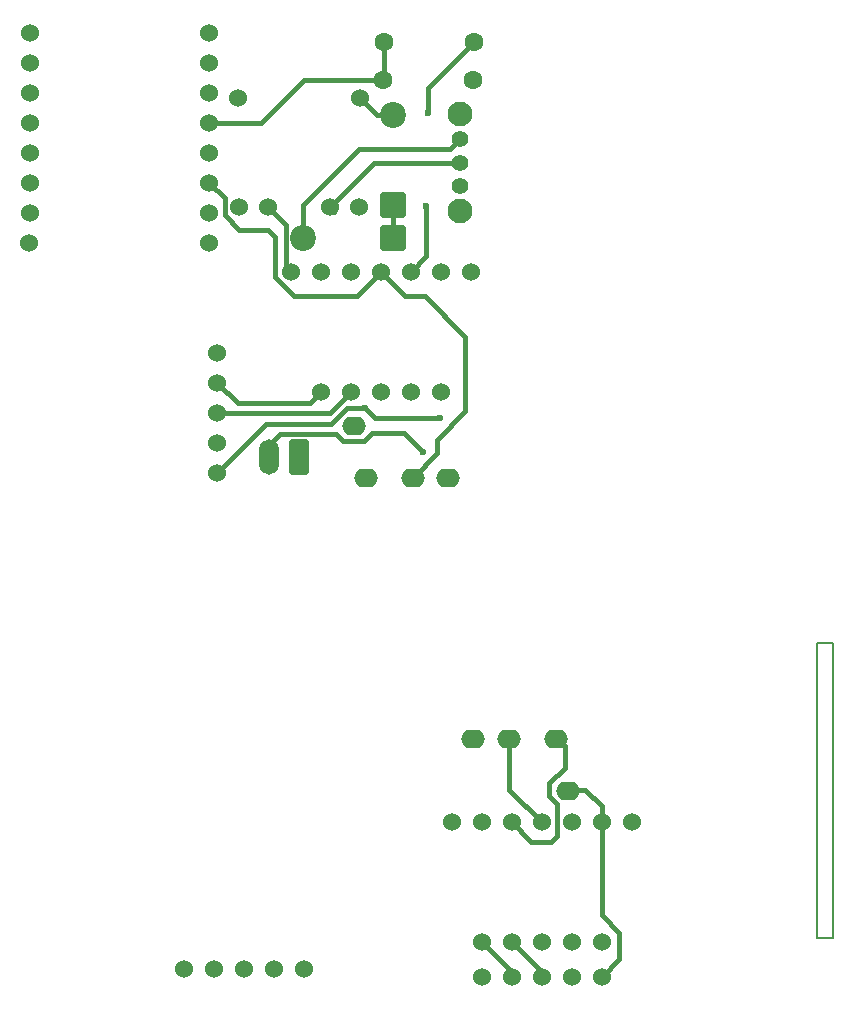
<source format=gtl>
G04 #@! TF.GenerationSoftware,KiCad,Pcbnew,9.0.2*
G04 #@! TF.CreationDate,2025-07-09T02:03:57-04:00*
G04 #@! TF.ProjectId,FBT,4642542e-6b69-4636-9164-5f7063625858,rev?*
G04 #@! TF.SameCoordinates,Original*
G04 #@! TF.FileFunction,Copper,L1,Top*
G04 #@! TF.FilePolarity,Positive*
%FSLAX46Y46*%
G04 Gerber Fmt 4.6, Leading zero omitted, Abs format (unit mm)*
G04 Created by KiCad (PCBNEW 9.0.2) date 2025-07-09 02:03:57*
%MOMM*%
%LPD*%
G01*
G04 APERTURE LIST*
G04 Aperture macros list*
%AMRoundRect*
0 Rectangle with rounded corners*
0 $1 Rounding radius*
0 $2 $3 $4 $5 $6 $7 $8 $9 X,Y pos of 4 corners*
0 Add a 4 corners polygon primitive as box body*
4,1,4,$2,$3,$4,$5,$6,$7,$8,$9,$2,$3,0*
0 Add four circle primitives for the rounded corners*
1,1,$1+$1,$2,$3*
1,1,$1+$1,$4,$5*
1,1,$1+$1,$6,$7*
1,1,$1+$1,$8,$9*
0 Add four rect primitives between the rounded corners*
20,1,$1+$1,$2,$3,$4,$5,0*
20,1,$1+$1,$4,$5,$6,$7,0*
20,1,$1+$1,$6,$7,$8,$9,0*
20,1,$1+$1,$8,$9,$2,$3,0*%
G04 Aperture macros list end*
G04 #@! TA.AperFunction,NonConductor*
%ADD10C,0.200000*%
G04 #@! TD*
G04 #@! TA.AperFunction,ComponentPad*
%ADD11C,1.524000*%
G04 #@! TD*
G04 #@! TA.AperFunction,ComponentPad*
%ADD12RoundRect,0.249999X0.850001X-0.850001X0.850001X0.850001X-0.850001X0.850001X-0.850001X-0.850001X0*%
G04 #@! TD*
G04 #@! TA.AperFunction,ComponentPad*
%ADD13C,2.200000*%
G04 #@! TD*
G04 #@! TA.AperFunction,ComponentPad*
%ADD14O,2.000000X1.600000*%
G04 #@! TD*
G04 #@! TA.AperFunction,ComponentPad*
%ADD15RoundRect,0.249999X0.850001X0.850001X-0.850001X0.850001X-0.850001X-0.850001X0.850001X-0.850001X0*%
G04 #@! TD*
G04 #@! TA.AperFunction,ComponentPad*
%ADD16C,2.100000*%
G04 #@! TD*
G04 #@! TA.AperFunction,ComponentPad*
%ADD17C,1.400000*%
G04 #@! TD*
G04 #@! TA.AperFunction,ComponentPad*
%ADD18RoundRect,0.250000X0.600000X1.250000X-0.600000X1.250000X-0.600000X-1.250000X0.600000X-1.250000X0*%
G04 #@! TD*
G04 #@! TA.AperFunction,ComponentPad*
%ADD19O,1.700000X3.000000*%
G04 #@! TD*
G04 #@! TA.AperFunction,ComponentPad*
%ADD20C,1.600000*%
G04 #@! TD*
G04 #@! TA.AperFunction,ViaPad*
%ADD21C,0.600000*%
G04 #@! TD*
G04 #@! TA.AperFunction,Conductor*
%ADD22C,0.400000*%
G04 #@! TD*
G04 APERTURE END LIST*
D10*
X198000000Y-102900000D02*
X199300000Y-102900000D01*
X199300000Y-127900000D01*
X198000000Y-127900000D01*
X198000000Y-102900000D01*
D11*
X159300000Y-56800000D03*
X148900000Y-56800000D03*
X149000000Y-66000000D03*
X151500000Y-66000000D03*
X156700000Y-66000000D03*
X159200000Y-66000000D03*
X131316004Y-51261392D03*
X131316004Y-53801392D03*
X131316004Y-56341392D03*
X131316004Y-58881392D03*
X131316004Y-61421392D03*
X131316004Y-63961392D03*
X131316004Y-66501392D03*
X131276004Y-69041392D03*
X146516004Y-69041392D03*
X146516004Y-66501392D03*
X146516004Y-63961392D03*
X146516004Y-61421392D03*
X146516004Y-58881392D03*
X146516004Y-56341392D03*
X146516004Y-53801392D03*
X146516004Y-51261392D03*
D12*
X162100000Y-65800000D03*
D13*
X162100000Y-58180000D03*
D14*
X175850000Y-111000000D03*
X171850000Y-111000000D03*
X168850000Y-111000000D03*
X176850000Y-115400000D03*
D15*
X162100000Y-68600000D03*
D13*
X154480000Y-68600000D03*
D14*
X159755000Y-88900000D03*
X163755000Y-88900000D03*
X166755000Y-88900000D03*
X158755000Y-84500000D03*
D16*
X167700000Y-66350000D03*
X167700000Y-58150000D03*
D17*
X167700000Y-64250000D03*
X167700000Y-62250000D03*
X167700000Y-60250000D03*
D18*
X154100000Y-87200000D03*
D19*
X151600000Y-87200000D03*
D11*
X147200000Y-88480000D03*
X147200000Y-85940000D03*
X147200000Y-83400000D03*
X147200000Y-80860000D03*
X147200000Y-78320000D03*
X182260000Y-118100000D03*
X179720000Y-118100000D03*
X177180000Y-118100000D03*
X174640000Y-118100000D03*
X172100000Y-118100000D03*
X169560000Y-118100000D03*
X167020000Y-118100000D03*
X169560000Y-128260000D03*
X172100000Y-128260000D03*
X174640000Y-128260000D03*
X177180000Y-128260000D03*
X179720000Y-128260000D03*
X154524000Y-130476000D03*
X151984000Y-130476000D03*
X149444000Y-130476000D03*
X146904000Y-130476000D03*
X144364000Y-130476000D03*
X168640000Y-71500000D03*
X166100000Y-71500000D03*
X163560000Y-71500000D03*
X161020000Y-71500000D03*
X158480000Y-71500000D03*
X155940000Y-71500000D03*
X153400000Y-71500000D03*
X155940000Y-81660000D03*
X158480000Y-81660000D03*
X161020000Y-81660000D03*
X163560000Y-81660000D03*
X166100000Y-81660000D03*
D20*
X168870000Y-55200000D03*
X161250000Y-55200000D03*
X161280000Y-52000000D03*
X168900000Y-52000000D03*
D11*
X179720000Y-131180000D03*
X177180000Y-131180000D03*
X174640000Y-131180000D03*
X172100000Y-131180000D03*
X169560000Y-131180000D03*
D21*
X165000000Y-58000000D03*
X164577500Y-86722500D03*
X164900000Y-65900000D03*
X159700000Y-83000000D03*
X166050000Y-83850000D03*
D22*
X176600000Y-111650000D02*
X176600000Y-113500000D01*
X175300000Y-115900000D02*
X175920000Y-116520000D01*
X175920000Y-116520000D02*
X175920000Y-119260000D01*
X173760000Y-119760000D02*
X172100000Y-118100000D01*
X175880000Y-110930000D02*
X176600000Y-111650000D01*
X175920000Y-119260000D02*
X175420000Y-119760000D01*
X175420000Y-119760000D02*
X173760000Y-119760000D01*
X175300000Y-114800000D02*
X175300000Y-115900000D01*
X176600000Y-113500000D02*
X175300000Y-114800000D01*
X179720000Y-118100000D02*
X179720000Y-125960000D01*
X178330000Y-115330000D02*
X176880000Y-115330000D01*
X179720000Y-118100000D02*
X179720000Y-116720000D01*
X179720000Y-116720000D02*
X178330000Y-115330000D01*
X179720000Y-125960000D02*
X181220000Y-127460000D01*
X181220000Y-127460000D02*
X181220000Y-129680000D01*
X181220000Y-129680000D02*
X179720000Y-131180000D01*
X150868608Y-58881392D02*
X146516004Y-58881392D01*
X161300000Y-52000000D02*
X161300000Y-55150000D01*
X161250000Y-55200000D02*
X154550000Y-55200000D01*
X161300000Y-55150000D02*
X161250000Y-55200000D01*
X154550000Y-55200000D02*
X150868608Y-58881392D01*
X165000000Y-58000000D02*
X165000000Y-55920000D01*
X162100000Y-68600000D02*
X162100000Y-65800000D01*
X168900000Y-52020000D02*
X168900000Y-52000000D01*
X165000000Y-55920000D02*
X168900000Y-52020000D01*
X163070000Y-73550000D02*
X161020000Y-71500000D01*
X164750000Y-73550000D02*
X163070000Y-73550000D01*
X147800000Y-65245388D02*
X147800000Y-66700000D01*
X151500000Y-67900000D02*
X152100000Y-68500000D01*
X146516004Y-63961392D02*
X147800000Y-65245388D01*
X168200000Y-77000000D02*
X164750000Y-73550000D01*
X165800000Y-85700000D02*
X168200000Y-83300000D01*
X163755000Y-88900000D02*
X165800000Y-86855000D01*
X153700000Y-73500000D02*
X159020000Y-73500000D01*
X168200000Y-83300000D02*
X168200000Y-77000000D01*
X149000000Y-67900000D02*
X151500000Y-67900000D01*
X159020000Y-73500000D02*
X161020000Y-71500000D01*
X152100000Y-68500000D02*
X152100000Y-71900000D01*
X152100000Y-71900000D02*
X153700000Y-73500000D01*
X171850000Y-115310000D02*
X174640000Y-118100000D01*
X165800000Y-86855000D02*
X165800000Y-85700000D01*
X171850000Y-111000000D02*
X171850000Y-115310000D01*
X147800000Y-66700000D02*
X149000000Y-67900000D01*
X157103000Y-66403000D02*
X156700000Y-66000000D01*
X160450000Y-62250000D02*
X167700000Y-62250000D01*
X156700000Y-66000000D02*
X160450000Y-62250000D01*
X157800000Y-85800000D02*
X157201000Y-85201000D01*
X162955000Y-85100000D02*
X160300000Y-85100000D01*
X153400000Y-71500000D02*
X152979000Y-71079000D01*
X164900000Y-70160000D02*
X164900000Y-65900000D01*
X151600000Y-86100000D02*
X151600000Y-87200000D01*
X152979000Y-67479000D02*
X151500000Y-66000000D01*
X159600000Y-85800000D02*
X157800000Y-85800000D01*
X160300000Y-85100000D02*
X159600000Y-85800000D01*
X152499000Y-85201000D02*
X151600000Y-86100000D01*
X152979000Y-71079000D02*
X152979000Y-67479000D01*
X163560000Y-71500000D02*
X164900000Y-70160000D01*
X164577500Y-86722500D02*
X162955000Y-85100000D01*
X157201000Y-85201000D02*
X152499000Y-85201000D01*
X160680000Y-58180000D02*
X162100000Y-58180000D01*
X159300000Y-56800000D02*
X160680000Y-58180000D01*
X159200000Y-61100000D02*
X166850000Y-61100000D01*
X154480000Y-68600000D02*
X154480000Y-65820000D01*
X166850000Y-61100000D02*
X167700000Y-60250000D01*
X154480000Y-65820000D02*
X159200000Y-61100000D01*
X147200000Y-80860000D02*
X148940999Y-82600999D01*
X148940999Y-82600999D02*
X154999001Y-82600999D01*
X154999001Y-82600999D02*
X155940000Y-81660000D01*
X156740000Y-83400000D02*
X158480000Y-81660000D01*
X147200000Y-83400000D02*
X156740000Y-83400000D01*
X166050000Y-83850000D02*
X160550000Y-83850000D01*
X158200000Y-83000000D02*
X156800000Y-84400000D01*
X151280000Y-84400000D02*
X147200000Y-88480000D01*
X159700000Y-83000000D02*
X158200000Y-83000000D01*
X156800000Y-84400000D02*
X151280000Y-84400000D01*
X160550000Y-83850000D02*
X159700000Y-83000000D01*
X172100000Y-130800000D02*
X169560000Y-128260000D01*
X172100000Y-131180000D02*
X172100000Y-130800000D01*
X174640000Y-130800000D02*
X172100000Y-128260000D01*
X174640000Y-131180000D02*
X174640000Y-130800000D01*
M02*

</source>
